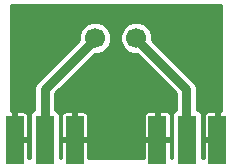
<source format=gtl>
G75*
%MOIN*%
%OFA0B0*%
%FSLAX25Y25*%
%IPPOS*%
%LPD*%
%AMOC8*
5,1,8,0,0,1.08239X$1,22.5*
%
%ADD10R,0.06000X0.16000*%
%ADD11C,0.06693*%
%ADD12C,0.03000*%
%ADD13C,0.01000*%
D10*
X0006728Y0039169D03*
X0016728Y0039169D03*
X0026728Y0039169D03*
X0054366Y0039327D03*
X0064366Y0039327D03*
X0074366Y0039327D03*
D11*
X0047319Y0073185D03*
X0033539Y0073185D03*
D12*
X0033539Y0072870D01*
X0016807Y0056138D01*
X0016807Y0039406D01*
X0016728Y0039169D01*
X0047319Y0072870D02*
X0047319Y0073185D01*
X0047319Y0072870D02*
X0064051Y0056138D01*
X0064051Y0039406D01*
X0064366Y0039327D01*
D13*
X0011228Y0038669D02*
X0011228Y0033094D01*
X0011728Y0033095D01*
X0011728Y0047998D01*
X0012900Y0049169D01*
X0013307Y0049169D01*
X0013307Y0056834D01*
X0013840Y0058120D01*
X0014824Y0059105D01*
X0028193Y0072473D01*
X0028193Y0074249D01*
X0029007Y0076214D01*
X0030511Y0077718D01*
X0032476Y0078531D01*
X0034603Y0078531D01*
X0036568Y0077718D01*
X0038072Y0076214D01*
X0038886Y0074249D01*
X0038886Y0072122D01*
X0038072Y0070157D01*
X0036568Y0068653D01*
X0034603Y0067839D01*
X0033458Y0067839D01*
X0020307Y0054688D01*
X0020307Y0049169D01*
X0020557Y0049169D01*
X0021728Y0047998D01*
X0021728Y0033110D01*
X0022228Y0033110D01*
X0022228Y0038669D01*
X0026228Y0038669D01*
X0026228Y0039669D01*
X0022228Y0039669D01*
X0022228Y0047367D01*
X0022331Y0047748D01*
X0022528Y0048090D01*
X0022807Y0048370D01*
X0023149Y0048567D01*
X0023531Y0048669D01*
X0026228Y0048669D01*
X0026228Y0039669D01*
X0027228Y0039669D01*
X0027228Y0048669D01*
X0029926Y0048669D01*
X0030307Y0048567D01*
X0030649Y0048370D01*
X0030929Y0048090D01*
X0031126Y0047748D01*
X0031228Y0047367D01*
X0031228Y0039669D01*
X0027228Y0039669D01*
X0027228Y0038669D01*
X0031228Y0038669D01*
X0031228Y0033124D01*
X0049866Y0033152D01*
X0049866Y0038827D01*
X0053866Y0038827D01*
X0053866Y0039827D01*
X0053866Y0048827D01*
X0051169Y0048827D01*
X0050787Y0048725D01*
X0050445Y0048527D01*
X0050166Y0048248D01*
X0049968Y0047906D01*
X0049866Y0047524D01*
X0049866Y0039827D01*
X0053866Y0039827D01*
X0054866Y0039827D01*
X0054866Y0048827D01*
X0057564Y0048827D01*
X0057945Y0048725D01*
X0058287Y0048527D01*
X0058566Y0048248D01*
X0058764Y0047906D01*
X0058866Y0047524D01*
X0058866Y0039827D01*
X0054866Y0039827D01*
X0054866Y0038827D01*
X0058866Y0038827D01*
X0058866Y0033165D01*
X0059366Y0033166D01*
X0059366Y0048155D01*
X0060538Y0049327D01*
X0060551Y0049327D01*
X0060551Y0054688D01*
X0047401Y0067839D01*
X0046255Y0067839D01*
X0044290Y0068653D01*
X0042786Y0070157D01*
X0041972Y0072122D01*
X0041972Y0074249D01*
X0042786Y0076214D01*
X0044290Y0077718D01*
X0046255Y0078531D01*
X0048382Y0078531D01*
X0050347Y0077718D01*
X0051851Y0076214D01*
X0052665Y0074249D01*
X0052665Y0072473D01*
X0066034Y0059105D01*
X0067018Y0058120D01*
X0067551Y0056834D01*
X0067551Y0049327D01*
X0068195Y0049327D01*
X0069366Y0048155D01*
X0069366Y0033181D01*
X0069866Y0033182D01*
X0069866Y0038827D01*
X0073866Y0038827D01*
X0073866Y0039827D01*
X0073866Y0048827D01*
X0071169Y0048827D01*
X0070787Y0048725D01*
X0070445Y0048527D01*
X0070166Y0048248D01*
X0069968Y0047906D01*
X0069866Y0047524D01*
X0069866Y0039827D01*
X0073866Y0039827D01*
X0074866Y0039827D01*
X0074866Y0048827D01*
X0075523Y0048827D01*
X0075569Y0084039D01*
X0005559Y0084039D01*
X0005559Y0048669D01*
X0006228Y0048669D01*
X0006228Y0039669D01*
X0007228Y0039669D01*
X0007228Y0048669D01*
X0009926Y0048669D01*
X0010307Y0048567D01*
X0010649Y0048370D01*
X0010929Y0048090D01*
X0011126Y0047748D01*
X0011228Y0047367D01*
X0011228Y0039669D01*
X0007228Y0039669D01*
X0007228Y0038669D01*
X0011228Y0038669D01*
X0011228Y0038564D02*
X0011728Y0038564D01*
X0011728Y0039562D02*
X0007228Y0039562D01*
X0007228Y0040561D02*
X0006228Y0040561D01*
X0006228Y0041559D02*
X0007228Y0041559D01*
X0007228Y0042558D02*
X0006228Y0042558D01*
X0006228Y0043556D02*
X0007228Y0043556D01*
X0007228Y0044555D02*
X0006228Y0044555D01*
X0006228Y0045553D02*
X0007228Y0045553D01*
X0007228Y0046552D02*
X0006228Y0046552D01*
X0006228Y0047550D02*
X0007228Y0047550D01*
X0007228Y0048549D02*
X0006228Y0048549D01*
X0005559Y0049547D02*
X0013307Y0049547D01*
X0013307Y0050546D02*
X0005559Y0050546D01*
X0005559Y0051545D02*
X0013307Y0051545D01*
X0013307Y0052543D02*
X0005559Y0052543D01*
X0005559Y0053542D02*
X0013307Y0053542D01*
X0013307Y0054540D02*
X0005559Y0054540D01*
X0005559Y0055539D02*
X0013307Y0055539D01*
X0013307Y0056537D02*
X0005559Y0056537D01*
X0005559Y0057536D02*
X0013598Y0057536D01*
X0014254Y0058534D02*
X0005559Y0058534D01*
X0005559Y0059533D02*
X0015252Y0059533D01*
X0016251Y0060531D02*
X0005559Y0060531D01*
X0005559Y0061530D02*
X0017249Y0061530D01*
X0018248Y0062528D02*
X0005559Y0062528D01*
X0005559Y0063527D02*
X0019246Y0063527D01*
X0020245Y0064525D02*
X0005559Y0064525D01*
X0005559Y0065524D02*
X0021243Y0065524D01*
X0022242Y0066522D02*
X0005559Y0066522D01*
X0005559Y0067521D02*
X0023240Y0067521D01*
X0024239Y0068519D02*
X0005559Y0068519D01*
X0005559Y0069518D02*
X0025237Y0069518D01*
X0026236Y0070516D02*
X0005559Y0070516D01*
X0005559Y0071515D02*
X0027234Y0071515D01*
X0028193Y0072513D02*
X0005559Y0072513D01*
X0005559Y0073512D02*
X0028193Y0073512D01*
X0028301Y0074510D02*
X0005559Y0074510D01*
X0005559Y0075509D02*
X0028715Y0075509D01*
X0029301Y0076507D02*
X0005559Y0076507D01*
X0005559Y0077506D02*
X0030299Y0077506D01*
X0032410Y0078504D02*
X0005559Y0078504D01*
X0005559Y0079503D02*
X0075563Y0079503D01*
X0075564Y0080501D02*
X0005559Y0080501D01*
X0005559Y0081500D02*
X0075566Y0081500D01*
X0075567Y0082498D02*
X0005559Y0082498D01*
X0005559Y0083497D02*
X0075568Y0083497D01*
X0075562Y0078504D02*
X0048448Y0078504D01*
X0046190Y0078504D02*
X0034668Y0078504D01*
X0036780Y0077506D02*
X0044079Y0077506D01*
X0043080Y0076507D02*
X0037778Y0076507D01*
X0038364Y0075509D02*
X0042494Y0075509D01*
X0042081Y0074510D02*
X0038777Y0074510D01*
X0038886Y0073512D02*
X0041972Y0073512D01*
X0041972Y0072513D02*
X0038886Y0072513D01*
X0038634Y0071515D02*
X0042224Y0071515D01*
X0042637Y0070516D02*
X0038221Y0070516D01*
X0037433Y0069518D02*
X0043425Y0069518D01*
X0044612Y0068519D02*
X0036246Y0068519D01*
X0033140Y0067521D02*
X0047719Y0067521D01*
X0048717Y0066522D02*
X0032141Y0066522D01*
X0031143Y0065524D02*
X0049716Y0065524D01*
X0050714Y0064525D02*
X0030144Y0064525D01*
X0029146Y0063527D02*
X0051713Y0063527D01*
X0052711Y0062528D02*
X0028147Y0062528D01*
X0027149Y0061530D02*
X0053710Y0061530D01*
X0054708Y0060531D02*
X0026150Y0060531D01*
X0025152Y0059533D02*
X0055707Y0059533D01*
X0056705Y0058534D02*
X0024153Y0058534D01*
X0023155Y0057536D02*
X0057704Y0057536D01*
X0058702Y0056537D02*
X0022156Y0056537D01*
X0021158Y0055539D02*
X0059701Y0055539D01*
X0060551Y0054540D02*
X0020307Y0054540D01*
X0020307Y0053542D02*
X0060551Y0053542D01*
X0060551Y0052543D02*
X0020307Y0052543D01*
X0020307Y0051545D02*
X0060551Y0051545D01*
X0060551Y0050546D02*
X0020307Y0050546D01*
X0020307Y0049547D02*
X0060551Y0049547D01*
X0059760Y0048549D02*
X0058249Y0048549D01*
X0058859Y0047550D02*
X0059366Y0047550D01*
X0059366Y0046552D02*
X0058866Y0046552D01*
X0058866Y0045553D02*
X0059366Y0045553D01*
X0059366Y0044555D02*
X0058866Y0044555D01*
X0058866Y0043556D02*
X0059366Y0043556D01*
X0059366Y0042558D02*
X0058866Y0042558D01*
X0058866Y0041559D02*
X0059366Y0041559D01*
X0059366Y0040561D02*
X0058866Y0040561D01*
X0059366Y0039562D02*
X0054866Y0039562D01*
X0054866Y0040561D02*
X0053866Y0040561D01*
X0053866Y0041559D02*
X0054866Y0041559D01*
X0054866Y0042558D02*
X0053866Y0042558D01*
X0053866Y0043556D02*
X0054866Y0043556D01*
X0054866Y0044555D02*
X0053866Y0044555D01*
X0053866Y0045553D02*
X0054866Y0045553D01*
X0054866Y0046552D02*
X0053866Y0046552D01*
X0053866Y0047550D02*
X0054866Y0047550D01*
X0054866Y0048549D02*
X0053866Y0048549D01*
X0050483Y0048549D02*
X0030339Y0048549D01*
X0031179Y0047550D02*
X0049873Y0047550D01*
X0049866Y0046552D02*
X0031228Y0046552D01*
X0031228Y0045553D02*
X0049866Y0045553D01*
X0049866Y0044555D02*
X0031228Y0044555D01*
X0031228Y0043556D02*
X0049866Y0043556D01*
X0049866Y0042558D02*
X0031228Y0042558D01*
X0031228Y0041559D02*
X0049866Y0041559D01*
X0049866Y0040561D02*
X0031228Y0040561D01*
X0031228Y0038564D02*
X0049866Y0038564D01*
X0049866Y0037565D02*
X0031228Y0037565D01*
X0031228Y0036567D02*
X0049866Y0036567D01*
X0049866Y0035568D02*
X0031228Y0035568D01*
X0031228Y0034570D02*
X0049866Y0034570D01*
X0049866Y0033571D02*
X0031228Y0033571D01*
X0027228Y0039562D02*
X0053866Y0039562D01*
X0058866Y0038564D02*
X0059366Y0038564D01*
X0059366Y0037565D02*
X0058866Y0037565D01*
X0058866Y0036567D02*
X0059366Y0036567D01*
X0059366Y0035568D02*
X0058866Y0035568D01*
X0058866Y0034570D02*
X0059366Y0034570D01*
X0059366Y0033571D02*
X0058866Y0033571D01*
X0069366Y0033571D02*
X0069866Y0033571D01*
X0069866Y0034570D02*
X0069366Y0034570D01*
X0069366Y0035568D02*
X0069866Y0035568D01*
X0069866Y0036567D02*
X0069366Y0036567D01*
X0069366Y0037565D02*
X0069866Y0037565D01*
X0069866Y0038564D02*
X0069366Y0038564D01*
X0069366Y0039562D02*
X0073866Y0039562D01*
X0073866Y0040561D02*
X0074866Y0040561D01*
X0074866Y0041559D02*
X0073866Y0041559D01*
X0073866Y0042558D02*
X0074866Y0042558D01*
X0074866Y0043556D02*
X0073866Y0043556D01*
X0073866Y0044555D02*
X0074866Y0044555D01*
X0074866Y0045553D02*
X0073866Y0045553D01*
X0073866Y0046552D02*
X0074866Y0046552D01*
X0074866Y0047550D02*
X0073866Y0047550D01*
X0073866Y0048549D02*
X0074866Y0048549D01*
X0075524Y0049547D02*
X0067551Y0049547D01*
X0067551Y0050546D02*
X0075525Y0050546D01*
X0075526Y0051545D02*
X0067551Y0051545D01*
X0067551Y0052543D02*
X0075527Y0052543D01*
X0075529Y0053542D02*
X0067551Y0053542D01*
X0067551Y0054540D02*
X0075530Y0054540D01*
X0075531Y0055539D02*
X0067551Y0055539D01*
X0067551Y0056537D02*
X0075533Y0056537D01*
X0075534Y0057536D02*
X0067261Y0057536D01*
X0066605Y0058534D02*
X0075535Y0058534D01*
X0075537Y0059533D02*
X0065606Y0059533D01*
X0064608Y0060531D02*
X0075538Y0060531D01*
X0075539Y0061530D02*
X0063609Y0061530D01*
X0062611Y0062528D02*
X0075541Y0062528D01*
X0075542Y0063527D02*
X0061612Y0063527D01*
X0060614Y0064525D02*
X0075543Y0064525D01*
X0075545Y0065524D02*
X0059615Y0065524D01*
X0058617Y0066522D02*
X0075546Y0066522D01*
X0075547Y0067521D02*
X0057618Y0067521D01*
X0056620Y0068519D02*
X0075548Y0068519D01*
X0075550Y0069518D02*
X0055621Y0069518D01*
X0054622Y0070516D02*
X0075551Y0070516D01*
X0075552Y0071515D02*
X0053624Y0071515D01*
X0052665Y0072513D02*
X0075554Y0072513D01*
X0075555Y0073512D02*
X0052665Y0073512D01*
X0052557Y0074510D02*
X0075556Y0074510D01*
X0075558Y0075509D02*
X0052143Y0075509D01*
X0051558Y0076507D02*
X0075559Y0076507D01*
X0075560Y0077506D02*
X0050559Y0077506D01*
X0068972Y0048549D02*
X0070483Y0048549D01*
X0069873Y0047550D02*
X0069366Y0047550D01*
X0069366Y0046552D02*
X0069866Y0046552D01*
X0069866Y0045553D02*
X0069366Y0045553D01*
X0069366Y0044555D02*
X0069866Y0044555D01*
X0069866Y0043556D02*
X0069366Y0043556D01*
X0069366Y0042558D02*
X0069866Y0042558D01*
X0069866Y0041559D02*
X0069366Y0041559D01*
X0069366Y0040561D02*
X0069866Y0040561D01*
X0027228Y0040561D02*
X0026228Y0040561D01*
X0026228Y0041559D02*
X0027228Y0041559D01*
X0027228Y0042558D02*
X0026228Y0042558D01*
X0026228Y0043556D02*
X0027228Y0043556D01*
X0027228Y0044555D02*
X0026228Y0044555D01*
X0026228Y0045553D02*
X0027228Y0045553D01*
X0027228Y0046552D02*
X0026228Y0046552D01*
X0026228Y0047550D02*
X0027228Y0047550D01*
X0027228Y0048549D02*
X0026228Y0048549D01*
X0023118Y0048549D02*
X0021177Y0048549D01*
X0021728Y0047550D02*
X0022278Y0047550D01*
X0022228Y0046552D02*
X0021728Y0046552D01*
X0021728Y0045553D02*
X0022228Y0045553D01*
X0022228Y0044555D02*
X0021728Y0044555D01*
X0021728Y0043556D02*
X0022228Y0043556D01*
X0022228Y0042558D02*
X0021728Y0042558D01*
X0021728Y0041559D02*
X0022228Y0041559D01*
X0022228Y0040561D02*
X0021728Y0040561D01*
X0021728Y0039562D02*
X0026228Y0039562D01*
X0022228Y0038564D02*
X0021728Y0038564D01*
X0021728Y0037565D02*
X0022228Y0037565D01*
X0022228Y0036567D02*
X0021728Y0036567D01*
X0021728Y0035568D02*
X0022228Y0035568D01*
X0022228Y0034570D02*
X0021728Y0034570D01*
X0021728Y0033571D02*
X0022228Y0033571D01*
X0011728Y0033571D02*
X0011228Y0033571D01*
X0011228Y0034570D02*
X0011728Y0034570D01*
X0011728Y0035568D02*
X0011228Y0035568D01*
X0011228Y0036567D02*
X0011728Y0036567D01*
X0011728Y0037565D02*
X0011228Y0037565D01*
X0011228Y0040561D02*
X0011728Y0040561D01*
X0011728Y0041559D02*
X0011228Y0041559D01*
X0011228Y0042558D02*
X0011728Y0042558D01*
X0011728Y0043556D02*
X0011228Y0043556D01*
X0011228Y0044555D02*
X0011728Y0044555D01*
X0011728Y0045553D02*
X0011228Y0045553D01*
X0011228Y0046552D02*
X0011728Y0046552D01*
X0011728Y0047550D02*
X0011179Y0047550D01*
X0010339Y0048549D02*
X0012280Y0048549D01*
M02*

</source>
